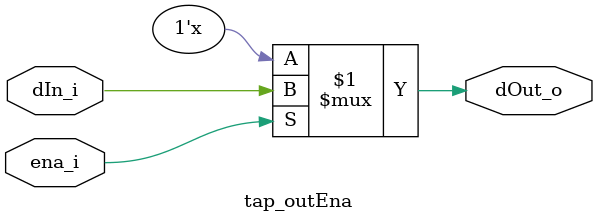
<source format=sv>
/*
    File name: tap_outEna.sv
    Description:
    Author: Marko Gjorgjievski
    Date created: 28.04.2025
*/

`timescale 1ns / 10ps

module tap_outEna(
    input logic dIn_i,
    input logic ena_i,
    output logic dOut_o
);
    
assign dOut_o = ena_i ? dIn_i : 1'bz;

endmodule
</source>
